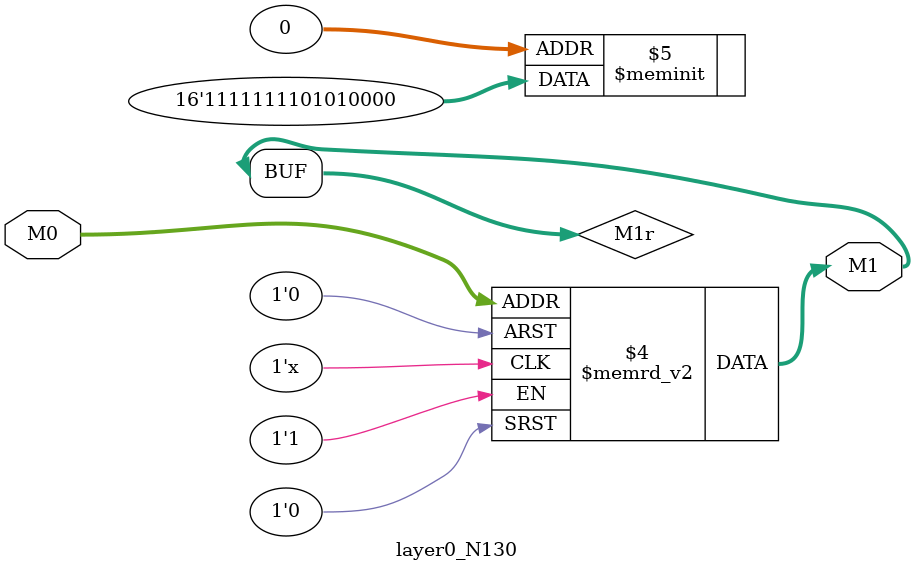
<source format=v>
module layer0_N130 ( input [2:0] M0, output [1:0] M1 );

	(*rom_style = "distributed" *) reg [1:0] M1r;
	assign M1 = M1r;
	always @ (M0) begin
		case (M0)
			3'b000: M1r = 2'b00;
			3'b100: M1r = 2'b11;
			3'b010: M1r = 2'b01;
			3'b110: M1r = 2'b11;
			3'b001: M1r = 2'b00;
			3'b101: M1r = 2'b11;
			3'b011: M1r = 2'b01;
			3'b111: M1r = 2'b11;

		endcase
	end
endmodule

</source>
